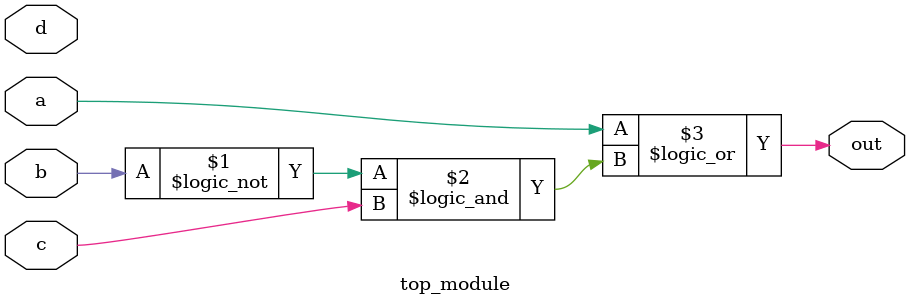
<source format=v>
module top_module(
    input a,
    input b,
    input c,
    input d,
    output out  ); 
	
    assign out = (a) || (!b && c);
endmodule

</source>
